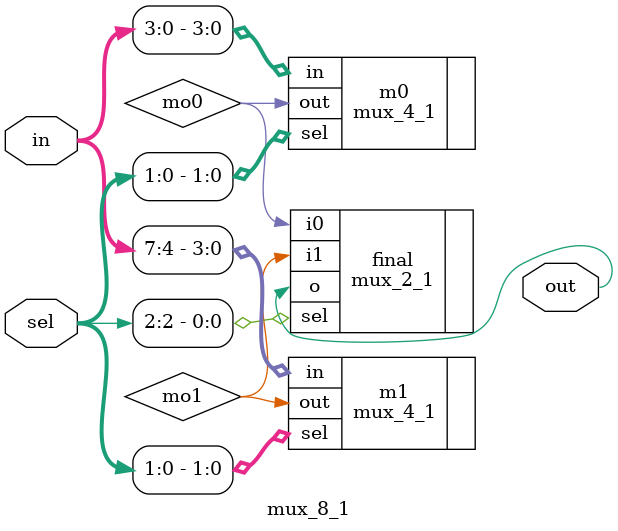
<source format=v>
`timescale 1ns / 1ps


module mux_8_1(sel, in, out);
    input [2:0] sel;
    input [7:0] in;
    output out;
    
    wire mo0, mo1;
    
    mux_4_1 m0 (.sel(sel[1:0]), .in(in[3:0]), .out(mo0));
    mux_4_1 m1 (.sel(sel[1:0]), .in(in[7:4]), .out(mo1));
    mux_2_1 final (.sel(sel[2]), .i0(mo0), .i1(mo1), .o(out));
    
endmodule
</source>
